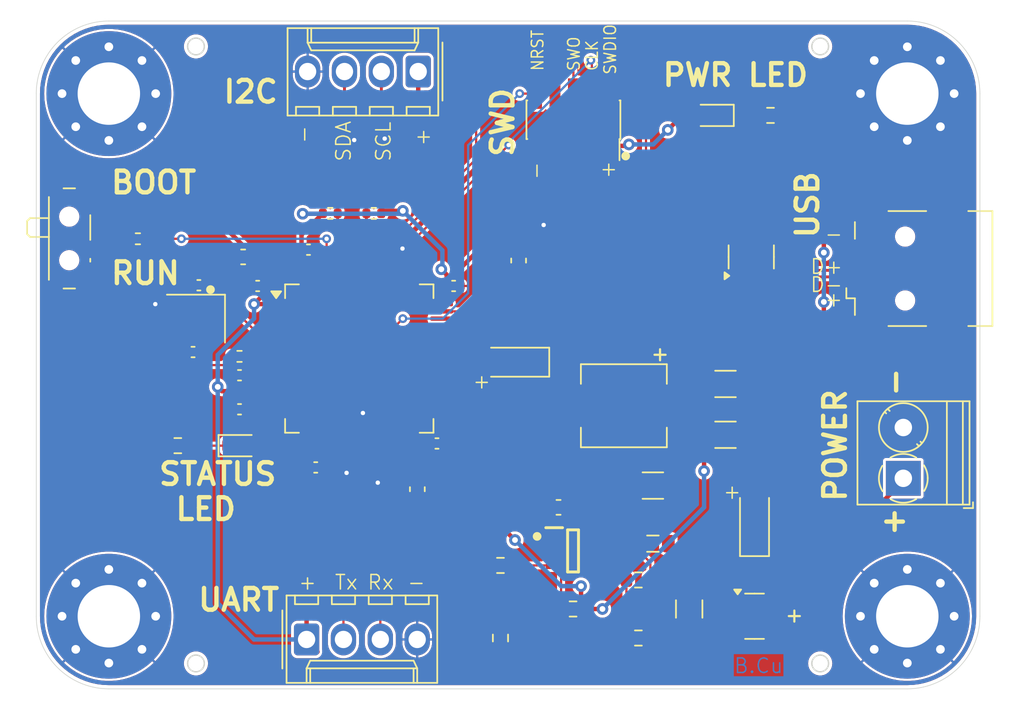
<source format=kicad_pcb>
(kicad_pcb (version 20240108) (generator "pcbnew") (generator_version "8.0")
  (layers (0 "F.Cu" mixed) (1 "In1.Cu" power) (2 "In2.Cu" power) (31 "B.Cu" mixed) (34 "B.Paste" user) (35 "F.Paste" user) (36 "B.SilkS" user "B.Silkscreen") (37 "F.SilkS" user "F.Silkscreen") (38 "B.Mask" user) (39 "F.Mask" user) (44 "Edge.Cuts" user))
  (net 0 "")
  (net 1 "GND")
  (net 2 "BUCK_IN")
  (net 3 "BUCK_EN")
  (net 4 "BUCK_BST")
  (net 5 "BUCK_FB")
  (net 6 "BUCK_SW")
  (net 7 "+12V")
  (net 8 "Net-(D4-K)")
  (net 9 "Net-(R10-Pad1)")
  (net 10 "+3.3V")
  (net 11 "Net-(D1-K)")
  (net 12 "I2C_SDA")
  (net 13 "I2C_SCL")
  (net 14 "Net-(C11-Pad1)")
  (net 15 "HSE_OUT")
  (net 16 "Net-(SW1-B)")
  (net 17 "BOOT0")
  (net 18 "USB_CONN_D+")
  (net 19 "USB_D-")
  (net 20 "USB_CONN_D-")
  (net 21 "USB_D+")
  (net 22 "+5V")
  (net 23 "Net-(D3-K)")
  (net 34 "Net-(U1-VCAP_1)")
  (net 36 "+3.3VA")
  (net 38 "SWO")
  (net 49 "UART3_RX")
  (net 51 "UART3_TX")
  (net 55 "SWDIO")
  (net 57 "SWCLK")
  (net 61 "LED_STATUS")
  (net 64 "Net-(U1-VCAP_2)")
  (net 65 "HSE_IN")
  (net 68 "NRST")
  (net 81 "Net-(F1-Pad2)")
  (footprint "Diode_SMD:D_SOD-123" (layer "F.Cu") (at 107.975 98.5 180)
    (property "Reference" "D2")
    (property "Value" "B5819W")
  )
  (footprint "Connector_Molex:Molex_KK-254_AE-6410-04A_1x04_P2.54mm_Vertical" (layer "F.Cu") (at 101.31 78.48 180)
    (property "Reference" "J3")
    (property "Value" "Conn_01x04")
  )
  (footprint "Diode_SMD:D_SOD-123" (layer "F.Cu") (at 124.475 109.5 90)
    (property "Reference" "D3")
    (property "Value" "B5819W")
  )
  (footprint "MountingHole:MountingHole_4.3mm_M4_Pad_Via" (layer "F.Cu") (at 135 116)
    (property "Reference" "H2")
    (property "Value" "MountingHole_Pad")
  )
  (footprint "Package_QFP:LQFP-64_10x10mm_P0.5mm" (layer "F.Cu") (at 97.25 98.25)
    (property "Reference" "U1")
    (property "Value" "STM32F405RGT6")
  )
  (footprint "Package_TO_SOT_SMD:SOT-23" (layer "F.Cu") (at 124.475 116)
    (property "Reference" "Q1")
    (property "Value" "AO3401A")
  )
  (footprint "Capacitor_SMD:C_0603_1608Metric" (layer "F.Cu") (at 101.25 107.25 -90)
    (property "Reference" "C1")
    (property "Value" "2u2")
  )
  (footprint "Resistor_SMD:R_0402_1005Metric" (layer "F.Cu") (at 98.25 88.25 180)
    (property "Reference" "R4")
    (property "Value" "2k2")
  )
  (footprint "Capacitor_SMD:C_1206_3216Metric" (layer "F.Cu") (at 122.475 100)
    (property "Reference" "C14")
    (property "Value" "10u")
  )
  (footprint "Capacitor_SMD:C_1206_3216Metric" (layer "F.Cu") (at 117.475 107)
    (property "Reference" "C12")
    (property "Value" "10u")
  )
  (footprint "Capacitor_SMD:C_0402_1005Metric" (layer "F.Cu") (at 85.8 97.8)
    (property "Reference" "C11")
    (property "Value" "12p")
  )
  (footprint "Capacitor_SMD:C_0402_1005Metric" (layer "F.Cu") (at 89 99.4 180)
    (property "Reference" "C9")
    (property "Value" "10n")
  )
  (footprint "TerminalBlock_Phoenix:TerminalBlock_Phoenix_PT-1,5-2-3.5-H_1x02_P3.50mm_Horizontal" (layer "F.Cu") (at 134.725 106.5 90)
    (property "Reference" "J1")
    (property "Value" "Screw_Terminal_01x02")
  )
  (footprint "mp2359:SOT95P280X100-6N" (layer "F.Cu") (at 111.975 111.5)
    (property "Reference" "IC1")
    (property "Value" "MP2359DJ-LF-Z" (hide yes))
  )
  (footprint "Capacitor_SMD:C_0402_1005Metric" (layer "F.Cu") (at 94.25 105.75 180)
    (property "Reference" "C5")
    (property "Value" "100n")
  )
  (footprint "Resistor_SMD:R_0402_1005Metric" (layer "F.Cu") (at 82 90 180)
    (property "Reference" "R1")
    (property "Value" "10k")
  )
  (footprint "Resistor_SMD:R_0603_1608Metric" (layer "F.Cu") (at 116.475 113.5 180)
    (property "Reference" "R6")
    (property "Value" "100k")
  )
  (footprint "Resistor_SMD:R_0603_1608Metric" (layer "F.Cu") (at 125.575 81.5)
    (property "Reference" "R11")
    (property "Value" "1k")
  )
  (footprint "MountingHole:MountingHole_4.3mm_M4_Pad_Via" (layer "F.Cu") (at 135 80)
    (property "Reference" "H1")
    (property "Value" "MountingHole_Pad")
  )
  (footprint "Capacitor_SMD:C_0402_1005Metric" (layer "F.Cu") (at 86.2 93.2 180)
    (property "Reference" "C10")
    (property "Value" "12p")
  )
  (footprint "LED_SMD:LED_0603_1608Metric" (layer "F.Cu") (at 121.5625 81.5 180)
    (property "Reference" "D4")
    (property "Value" "RED")
  )
  (footprint "Capacitor_SMD:C_0402_1005Metric" (layer "F.Cu") (at 103.75 93.25)
    (property "Reference" "C7")
    (property "Value" "100n")
  )
  (footprint "Resistor_SMD:R_0402_1005Metric" (layer "F.Cu") (at 95.25 88.25)
    (property "Reference" "R5")
    (property "Value" "2k2")
  )
  (footprint "Capacitor_SMD:C_0402_1005Metric" (layer "F.Cu") (at 93.75 90.75)
    (property "Reference" "C16")
    (property "Value" "100n")
  )
  (footprint "MountingHole:MountingHole_4.3mm_M4_Pad_Via" (layer "F.Cu") (at 80 80)
    (property "Reference" "H4")
    (property "Value" "MountingHole_Pad")
  )
  (footprint "Resistor_SMD:R_0603_1608Metric" (layer "F.Cu") (at 84.75 104.25 180)
    (property "Reference" "R3")
    (property "Value" "1k5")
  )
  (footprint "LED_SMD:LED_0603_1608Metric" (layer "F.Cu") (at 89.0375 104.25)
    (property "Reference" "D1")
    (property "Value" "BLUE")
  )
  (footprint "Package_TO_SOT_SMD:SOT-23-6" (layer "F.Cu") (at 124.25 91.25 90)
    (property "Reference" "U2")
    (property "Value" "USBLC6-2SC6")
  )
  (footprint "Resistor_SMD:R_0603_1608Metric" (layer "F.Cu") (at 106.975 117.5 -90)
    (property "Reference" "R10")
    (property "Value" "270")
  )
  (footprint "Capacitor_SMD:C_0603_1608Metric" (layer "F.Cu") (at 89.25 91.25 180)
    (property "Reference" "C3")
    (property "Value" "4u7")
  )
  (footprint "Connector_Molex:Molex_KK-254_AE-6410-04A_1x04_P2.54mm_Vertical" (layer "F.Cu") (at 93.62 117.6)
    (property "Reference" "J4")
    (property "Value" "Conn_01x04")
  )
  (footprint "Capacitor_SMD:C_1206_3216Metric" (layer "F.Cu") (at 122.475 103.5)
    (property "Reference" "C15")
    (property "Value" "10u")
  )
  (footprint "Resistor_SMD:R_0603_1608Metric" (layer "F.Cu") (at 116.475 117.5)
    (property "Reference" "R7")
    (property "Value" "68k")
  )
  (footprint "Resistor_SMD:R_0402_1005Metric" (layer "F.Cu") (at 89 98.1 180)
    (property "Reference" "R2")
    (property "Value" "47")
  )
  (footprint "Connector_USB:USB_Mini-B_Wuerth_65100516121_Horizontal" (layer "F.Cu") (at 134.85 92.05 90)
    (property "Reference" "J5")
    (property "Value" "USB_B_Micro")
  )
  (footprint "Capacitor_SMD:C_0402_1005Metric" (layer "F.Cu") (at 89 101.745 180)
    (property "Reference" "C8")
    (property "Value" "1u")
  )
  (footprint "Inductor_SMD:L_0402_1005Metric" (layer "F.Cu") (at 88.985 100.495)
    (property "Reference" "L1")
    (property "Value" "39n")
  )
  (footprint "MountingHole:MountingHole_4.3mm_M4_Pad_Via" (layer "F.Cu") (at 80 116)
    (property "Reference" "H3")
    (property "Value" "MountingHole_Pad")
  )
  (footprint "Capacitor_SMD:C_0603_1608Metric" (layer "F.Cu") (at 108.225 91.5 90)
    (property "Reference" "C2")
    (property "Value" "2u2")
  )
  (footprint "Connector_PinSocket_1.27mm:PinSocket_2x05_P1.27mm_Vertical_SMD" (layer "F.Cu") (at 112 81.8 -90)
    (property "Reference" "J2")
    (property "Value" "SWD")
  )
  (footprint "Capacitor_SMD:C_0402_1005Metric" (layer "F.Cu") (at 90.25 93.25 180)
    (property "Reference" "C4")
    (property "Value" "100n")
  )
  (footprint "Crystal:Crystal_SMD_3225-4Pin_3.2x2.5mm" (layer "F.Cu") (at 86 95.5 180)
    (property "Reference" "Y1")
    (property "Value" "16MHz")
  )
  (footprint "Capacitor_SMD:C_0402_1005Metric" (layer "F.Cu") (at 102.6 104.1)
    (property "Reference" "C6")
    (property "Value" "100n")
  )
  (footprint "Inductor_SMD:L_0805_2012Metric" (layer "F.Cu") (at 117.475 111)
    (property "Reference" "FB1")
    (property "Value" "600 @ 600 MHz")
  )
  (footprint "Capacitor_SMD:C_0603_1608Metric" (layer "F.Cu") (at 110.975 108.5)
    (property "Reference" "C13")
    (property "Value" "10n")
  )
  (footprint "Button_Switch_SMD:SW_SPDT_PCM12" (layer "F.Cu") (at 77.6 89.975 -90)
    (property "Reference" "SW1")
    (property "Value" "SW_SPDT")
  )
  (footprint "Resistor_SMD:R_0603_1608Metric" (layer "F.Cu") (at 106.975 112.5 180)
    (property "Reference" "R9")
    (property "Value" "15k")
  )
  (footprint "Fuse:Fuse_1206_3216Metric" (layer "F.Cu") (at 119.975 115.5 90)
    (property "Reference" "F1")
    (property "Value" "250mA")
  )
  (footprint "Resistor_SMD:R_0603_1608Metric" (layer "F.Cu") (at 111.975 115.5 180)
    (property "Reference" "R8")
    (property "Value" "47k")
  )
  (footprint "Inductor_SMD:L_Sunlord_MWSA0518S" (layer "F.Cu") (at 115.475 101.5)
    (property "Reference" "L2")
    (property "Value" "10uH")
  )
  (gr_circle (center 115.6 84.3) (end 115.85 84.3) (stroke (width 0.1)) (fill solid) (layer "F.SilkS"))
  (gr_circle (center 109.5 110.5) (end 109.75 110.5) (stroke (width 0.1)) (fill solid) (layer "F.SilkS"))
  (gr_circle (center 87 93.5) (end 87.25 93.5) (stroke (width 0.1)) (fill solid) (layer "F.SilkS"))
  (gr_circle (center 129 119.25) (end 129.576 119.25) (stroke (width 0.1)) (fill none) (layer "Edge.Cuts"))
  (gr_line (start 135 121) (end 80 121) (stroke (width 0.05)) (layer "Edge.Cuts"))
  (gr_line (start 80 75) (end 135 75) (stroke (width 0.05)) (layer "Edge.Cuts"))
  (gr_arc (start 75 80) (mid 76.464466 76.464466) (end 80 75) (stroke (width 0.05)) (layer "Edge.Cuts"))
  (gr_line (start 140 80) (end 140 116) (stroke (width 0.05)) (layer "Edge.Cuts"))
  (gr_circle (center 86 76.75) (end 86.576 76.75) (stroke (width 0.1)) (fill none) (layer "Edge.Cuts"))
  (gr_circle (center 129 76.75) (end 129.576 76.75) (stroke (width 0.1)) (fill none) (layer "Edge.Cuts"))
  (gr_arc (start 140 116) (mid 138.535534 119.535534) (end 135 121) (stroke (width 0.05)) (layer "Edge.Cuts"))
  (gr_arc (start 80 121) (mid 76.464466 119.535534) (end 75 116) (stroke (width 0.05)) (layer "Edge.Cuts"))
  (gr_circle (center 86 119.25) (end 86.576 119.25) (stroke (width 0.1)) (fill none) (layer "Edge.Cuts"))
  (gr_line (start 75 80) (end 75 116) (stroke (width 0.05)) (layer "Edge.Cuts"))
  (gr_arc (start 135 75) (mid 138.535534 76.464466) (end 140 80) (stroke (width 0.05)) (layer "Edge.Cuts"))
  (gr_text "F.Cu" (at 109.5 120 0) (layer "F.Cu") (effects (font (size 1 1) (thickness 0.1)) (justify left bottom)))
  (gr_text "B.Cu" (at 123 120 0) (layer "B.Cu") (effects (font (size 1 1) (thickness 0.1)) (justify left bottom)))
  (gr_text "SCL\n" (at 99.5 84.75 90) (layer "F.SilkS") (effects (font (size 1 1) (thickness 0.1016)) (justify left bottom)))
  (gr_text "Rx" (at 97.75 114.25 0) (layer "F.SilkS") (effects (font (size 1 1) (thickness 0.1016)) (justify left bottom)))
  (gr_text "+" (at 122.25 108 0) (layer "F.SilkS") (effects (font (size 1 1) (thickness 0.1016)) (justify left bottom)))
  (gr_text "D-" (at 128.25 93.75 0) (layer "F.SilkS") (effects (font (size 1 1) (thickness 0.1016)) (justify left bottom)))
  (gr_text "SWDIO" (at 115 78.75 90) (layer "F.SilkS") (effects (font (size 0.8 0.75) (thickness 0.1016) (bold yes)) (justify left bottom)))
  (gr_text "SWO" (at 112.5 78.5 90) (layer "F.SilkS") (effects (font (size 0.8 0.75) (thickness 0.1016)) (justify left bottom)))
  (gr_text "+" (at 93 114.25 0) (layer "F.SilkS") (effects (font (size 1 1) (thickness 0.1016)) (justify left bottom)))
  (gr_text "STATUS \n LED" (at 83.3 109.5 0) (layer "F.SilkS") (effects (font (size 1.5 1.5) (thickness 0.3) (bold yes)) (justify left bottom)))
  (gr_text "POWER" (at 130.9 108.25 90) (layer "F.SilkS") (effects (font (size 1.5 1.5) (thickness 0.3) (bold yes)) (justify left bottom)))
  (gr_text "RUN" (at 80 93.25 0) (layer "F.SilkS") (effects (font (size 1.5 1.5) (thickness 0.3) (bold yes)) (justify left bottom)))
  (gr_text "-" (at 135 101 90) (layer "F.SilkS") (effects (font (size 1.5 1.5) (thickness 0.3) (bold yes)) (justify left bottom)))
  (gr_text "I2C" (at 87.75 80.75 0) (layer "F.SilkS") (effects (font (size 1.5 1.5) (thickness 0.3) (bold yes)) (justify left bottom)))
  (gr_text "USB" (at 129 90.1 90) (layer "F.SilkS") (effects (font (size 1.5 1.5) (thickness 0.3) (bold yes)) (justify left bottom)))
  (gr_text "NRST" (at 110 78.5 90) (layer "F.SilkS") (effects (font (size 0.8 0.75) (thickness 0.1016) (bold yes)) (justify left bottom)))
  (gr_text "-" (at 129.25 90.25 0) (layer "F.SilkS") (effects (font (size 1 1) (thickness 0.1016)) (justify left bottom)))
  (gr_text "+" (at 126.5 116.5 0) (layer "F.SilkS") (effects (font (size 1 1)) (justify left bottom)))
  (gr_text "+" (at 129.25 94.75 0) (layer "F.SilkS") (effects (font (size 1 1) (thickness 0.1016)) (justify left bottom)))
  (gr_text "SWD" (at 108 84.5 90) (layer "F.SilkS") (effects (font (size 1.5 1.5) (thickness 0.3) (bold yes)) (justify left bottom)))
  (gr_text "D+" (at 128.25 92.5 0) (layer "F.SilkS") (effects (font (size 1 1) (thickness 0.1016)) (justify left bottom)))
  (gr_text "Tx" (at 95.5 114.25 0) (layer "F.SilkS") (effects (font (size 1 1) (thickness 0.1016)) (justify left bottom)))
  (gr_text "UART" (at 86 115.75 0) (layer "F.SilkS") (effects (font (size 1.5 1.5) (thickness 0.3) (bold yes)) (justify left bottom)))
  (gr_text "+" (at 117.25 98.5 0) (layer "F.SilkS") (effects (font (size 1 1)) (justify left bottom)))
  (gr_text "+" (at 105 100.4 0) (layer "F.SilkS") (effects (font (size 1 1) (thickness 0.1016)) (justify left bottom)))
  (gr_text "CLK" (at 113.75 78.5 90) (layer "F.SilkS") (effects (font (size 0.8 0.75) (thickness 0.1016)) (justify left bottom)))
  (gr_text "-\n" (at 94 83.5 90) (layer "F.SilkS") (effects (font (size 1 1) (thickness 0.1016)) (justify left bottom)))
  (gr_text "PWR LED" (at 118 79.6 0) (layer "F.SilkS") (effects (font (size 1.5 1.5) (thickness 0.3) (bold yes)) (justify left bottom)))
  (gr_text "BOOT" (at 80 87 0) (layer "F.SilkS") (effects (font (size 1.5 1.5) (thickness 0.3) (bold yes)) (justify left bottom)))
  (gr_text "+\n" (at 101 83.5 0) (layer "F.SilkS") (effects (font (size 1 1) (thickness 0.1016)) (justify left bottom)))
  (gr_text "-" (at 110 86 90) (layer "F.SilkS") (effects (font (size 1 1) (thickness 0.1016)) (justify left bottom)))
  (gr_text "+" (at 113.75 85.75 0) (layer "F.SilkS") (effects (font (size 1 1) (thickness 0.1016)) (justify left bottom)))
  (gr_text "+" (at 133 110.25 0) (layer "F.SilkS") (effects (font (size 1.5 1.5) (thickness 0.3) (bold yes)) (justify left bottom)))
  (gr_text "SDA" (at 96.75 84.75 90) (layer "F.SilkS") (effects (font (size 1 1) (thickness 0.1016)) (justify left bottom)))
  (gr_text "-\n" (at 100.5 114.25 0) (layer "F.SilkS") (effects (font (size 1 1) (thickness 0.1016)) (justify left bottom)))
  (via (at 83.2 94.5) (size 0.6) (drill 0.3) (layers "F.Cu" "B.Cu") (net 1))
  (via (at 96.9 83.2) (size 0.6) (drill 0.3) (layers "F.Cu" "B.Cu") (net 1))
  (via (at 100.225 90.675) (size 0.6) (drill 0.3) (layers "F.Cu" "B.Cu") (net 1))
  (via (at 96.375 106.125) (size 0.6) (drill 0.3) (layers "F.Cu" "B.Cu") (net 1))
  (via (at 97.5 102) (size 0.6) (drill 0.3) (layers "F.Cu" "B.Cu") (net 1))
  (via (at 109.95 89.05) (size 0.6) (drill 0.3) (layers "F.Cu" "B.Cu") (net 1))
  (via (at 98.525 106.8) (size 0.6) (drill 0.3) (layers "F.Cu" "B.Cu") (net 1))
  (via (at 99 83.1) (size 0.6) (drill 0.3) (layers "F.Cu" "B.Cu") (net 1))
  (segment (start 116.4125 111.4125) (end 117.3 112.3) (width 0.1524) (layer "F.Cu") (net 2))
  (segment (start 116 107) (end 116 110.5875) (width 0.1524) (layer "F.Cu") (net 2))
  (segment (start 116 110.5875) (end 116.4125 111) (width 0.1524) (layer "F.Cu") (net 2))
  (segment (start 116.4125 111) (end 116.4125 111.4125) (width 0.1524) (layer "F.Cu") (net 2))
  (segment (start 117.3 112.3) (end 117.3 113.5) (width 0.1524) (layer "F.Cu") (net 2))
  (segment (start 115.9125 111.5) (end 113.275 111.5) (width 0.1524) (layer "F.Cu") (net 2))
  (segment (start 116.4125 111) (end 115.9125 111.5) (width 0.1524) (layer "F.Cu") (net 2))
  (segment (start 115.65 117.5) (end 115.65 113.5) (width 0.1524) (layer "F.Cu") (net 3))
  (segment (start 114.325 113.5) (end 113.275 112.45) (width 0.1524) (layer "F.Cu") (net 3))
  (segment (start 115.65 113.5) (end 114.325 113.5) (width 0.1524) (layer "F.Cu") (net 3))
  (segment (start 110.2 110.075) (end 110.675 110.55) (width 0.1524) (layer "F.Cu") (net 4))
  (segment (start 110.2 108.5) (end 110.2 110.075) (width 0.1524) (layer "F.Cu") (net 4))
  (segment (start 111.15 115.5) (end 111.15 112.925) (width 0.1524) (layer "F.Cu") (net 5))
  (segment (start 107.8 112.5) (end 110.625 112.5) (width 0.1524) (layer "F.Cu") (net 5))
  (segment (start 110.625 112.5) (end 110.675 112.45) (width 0.1524) (layer "F.Cu") (net 5))
  (segment (start 111.15 112.925) (end 110.675 112.45) (width 0.1524) (layer "F.Cu") (net 5))
  (segment (start 109.625 98.5) (end 110.425 98.5) (width 0.1524) (layer "F.Cu") (net 6))
  (segment (start 111.75 109.025) (end 113.275 110.55) (width 0.1524) (layer "F.Cu") (net 6))
  (segment (start 111.75 108.5) (end 111.75 109.025) (width 0.1524) (layer "F.Cu") (net 6))
  (segment (start 110.425 98.5) (end 113.425 101.5) (width 0.1524) (layer "F.Cu") (net 6))
  (segment (start 111.75 108.5) (end 111.75 103.175) (width 0.1524) (layer "F.Cu") (net 6))
  (segment (start 111.75 103.175) (end 113.425 101.5) (width 0.1524) (layer "F.Cu") (net 6))
  (segment (start 125.4125 116) (end 134.9125 106.5) (width 0.3048) (layer "F.Cu") (net 7))
  (segment (start 134.9125 106.5) (end 135.3 106.5) (width 0.3048) (layer "F.Cu") (net 7))
  (segment (start 124.75 81.5) (end 122.35 81.5) (width 0.1524) (layer "F.Cu") (net 8))
  (segment (start 106.975 114.225) (end 106.15 113.4) (width 0.1524) (layer "F.Cu") (net 9))
  (segment (start 106.975 116.675) (end 106.975 114.225) (width 0.1524) (layer "F.Cu") (net 9))
  (segment (start 106.15 113.4) (end 106.15 112.5) (width 0.1524) (layer "F.Cu") (net 9))
  (segment (start 78.805 87.75) (end 86.525 87.75) (width 0.3048) (layer "F.Cu") (net 10))
  (segment (start 87.795 100.495) (end 87.5 100.2) (width 0.3048) (layer "F.Cu") (net 10))
  (segment (start 101.31 84.69) (end 101.31 78.48) (width 0.3048) (layer "F.Cu") (net 10))
  (segment (start 92.77 91.25) (end 93.4976 91.9776) (width 0.3048) (layer "F.Cu") (net 10))
  (segment (start 114.54 83.6) (end 114.54 85.46) (width 0.3048) (layer "F.Cu") (net 10))
  (segment (start 94.73 107.345) (end 94.73 105.75) (width 0.3048) (layer "F.Cu") (net 10))
  (segment (start 120.775 81.5) (end 119.5 81.5) (width 0.3048) (layer "F.Cu") (net 10))
  (segment (start 90.025 91.25) (end 92.77 91.25) (width 0.3048) (layer "F.Cu") (net 10))
  (segment (start 112.525 115.225) (end 112.8 115.5) (width 0.3048) (layer "F.Cu") (net 10))
  (segment (start 121 100) (end 119.5 101.5) (width 0.3048) (layer "F.Cu") (net 10))
  (segment (start 96.7 100.75) (end 94.5 102.95) (width 0.254) (layer "F.Cu") (net 10))
  (segment (start 94.375 118.45) (end 93.425 117.5) (width 0.3048) (layer "F.Cu") (net 10))
  (segment (start 101.1774 104.1) (end 101.0024 103.925) (width 0.3048) (layer "F.Cu") (net 10))
  (segment (start 103.27 94.1526) (end 102.925 94.4976) (width 0.3048) (layer "F.Cu") (net 10))
  (segment (start 121 106) (end 121 103.5) (width 0.3048) (layer "F.Cu") (net 10))
  (segment (start 90.73 91.955) (end 90.73 93.25) (width 0.3048) (layer "F.Cu") (net 10))
  (segment (start 90.73 93.77) (end 90.73 93.25) (width 0.3048) (layer "F.Cu") (net 10))
  (segment (start 94.5 102.95) (end 94.5 103.925) (width 0.254) (layer "F.Cu") (net 10))
  (segment (start 101 103.079408) (end 98.670592 100.75) (width 0.254) (layer "F.Cu") (net 10))
  (segment (start 109 87.25) (end 103.27 92.98) (width 0.3048) (layer "F.Cu") (net 10))
  (segment (start 103.27 93.25) (end 103.27 94.1526) (width 0.3048) (layer "F.Cu") (net 10))
  (segment (start 114.54 85.46) (end 112.75 87.25) (width 0.3048) (layer "F.Cu") (net 10))
  (segment (start 102.12 104.1) (end 101.1774 104.1) (width 0.3048) (layer "F.Cu") (net 10))
  (segment (start 93.27 89.72) (end 93.27 90.75) (width 0.3048) (layer "F.Cu") (net 10))
  (segment (start 98.670592 100.75) (end 96.7 100.75) (width 0.254) (layer "F.Cu") (net 10))
  (segment (start 94.5 105.52) (end 94.73 105.75) (width 0.254) (layer "F.Cu") (net 10))
  (segment (start 93.62 108.455) (end 93.62 110.745) (width 0.3048) (layer "F.Cu") (net 10))
  (segment (start 94.715 88.275) (end 94.74 88.25) (width 0.3048) (layer "F.Cu") (net 10))
  (segment (start 90.0024 94.4976) (end 91.575 94.4976) (width 0.3048) (layer "F.Cu") (net 10))
  (segment (start 114.54 83.6) (end 115.7238 83.6) (width 0.3048) (layer "F.Cu") (net 10))
  (segment (start 121 103.5) (end 121 100) (width 0.3048) (layer "F.Cu") (net 10))
  (segment (start 100.25 88.075) (end 98.935 88.075) (width 0.3048) (layer "F.Cu") (net 10))
  (segment (start 119.5 81.5) (end 118.5 82.5) (width 0.3048) (layer "F.Cu") (net 10))
  (segment (start 98.76 87.24) (end 101.31 84.69) (width 0.3048) (layer "F.Cu") (net 10))
  (segment (start 90.0024 94.4976) (end 90.73 93.77) (width 0.3048) (layer "F.Cu") (net 10))
  (segment (start 98.935 88.075) (end 98.76 88.25) (width 0.3048) (layer "F.Cu") (net 10))
  (segment (start 119.5 101.5) (end 117.525 101.5) (width 0.3048) (layer "F.Cu") (net 10))
  (segment (start 112.75 87.25) (end 109 87.25) (width 0.3048) (layer "F.Cu") (net 10))
  (segment (start 102.12 104.1) (end 102.12 104.91) (width 0.3048) (layer "F.Cu") (net 10))
  (segment (start 90.025 91.25) (end 90.73 91.955) (width 0.3048) (layer "F.Cu") (net 10))
  (segment (start 107.960001 110.75) (end 107.975 110.75) (width 0.3048) (layer "F.Cu") (net 10))
  (segment (start 92.77 91.25) (end 93.27 90.75) (width 0.3048) (layer "F.Cu") (net 10))
  (segment (start 103.27 92.98) (end 103.27 93.25) (width 0.3048) (layer "F.Cu") (net 10))
  (segment (start 93.62 110.745) (end 93.62 113) (width 0.3048) (layer "F.Cu") (net 10))
  (segment (start 93.62 113) (end 93.62 117.6) (width 0.3048) (layer "F.Cu") (net 10))
  (segment (start 94.73 107.345) (end 93.62 108.455) (width 0.3048) (layer "F.Cu") (net 10))
  (segment (start 112.525 113.925) (end 112.525 115.225) (width 0.3048) (layer "F.Cu") (net 10))
  (segment (start 101 103.925) (end 101 103.079408) (width 0.254) (layer "F.Cu") (net 10))
  (segment (start 102.12 104.91) (end 107.960001 110.75) (width 0.3048) (layer "F.Cu") (net 10))
  (segment (start 94.74 88.25) (end 93.27 89.72) (width 0.3048) (layer "F.Cu") (net 10))
  (segment (start 112.8 115.5) (end 114 115.5) (width 0.3048) (layer "F.Cu") (net 10))
  (segment (start 86.525 87.75) (end 90.025 91.25) (width 0.3048) (layer "F.Cu") (net 10))
  (segment (start 98.76 88.25) (end 98.76 87.24) (width 0.3048) (layer "F.Cu") (net 10))
  (segment (start 103.27 92.47) (end 103.27 93.25) (width 0.3048) (layer "F.Cu") (net 10))
  (segment (start 102.9 92.1) (end 103.27 92.47) (width 0.3048) (layer "F.Cu") (net 10))
  (segment (start 94.5 103.925) (end 94.5 105.52) (width 0.254) (layer "F.Cu") (net 10))
  (segment (start 88.5 100.495) (end 87.795 100.495) (width 0.3048) (layer "F.Cu") (net 10))
  (segment (start 93.35 88.275) (end 94.715 88.275) (width 0.3048) (layer "F.Cu") (net 10))
  (segment (start 93.4976 91.9776) (end 93.4976 92.575) (width 0.3048) (layer "F.Cu") (net 10))
  (segment (start 121 100) (end 120.775 99.775) (width 0.3048) (layer "F.Cu") (net 10))
  (segment (start 115.7238 83.6) (end 115.8238 83.5) (width 0.3048) (layer "F.Cu") (net 10))
  (via (at 121 106) (size 0.8) (drill 0.4) (layers "F.Cu" "B.Cu") (net 10))
  (via (at 107.975 110.75) (size 0.8) (drill 0.4) (layers "F.Cu" "B.Cu") (net 10))
  (via (at 100.25 88.075) (size 0.8) (drill 0.4) (layers "F.Cu" "B.Cu") (net 10))
  (via (at 112.525 113.925) (size 0.8) (drill 0.4) (layers "F.Cu" "B.Cu") (net 10))
  (via (at 114 115.5) (size 0.8) (drill 0.4) (layers "F.Cu" "B.Cu") (net 10))
  (via (at 102.9 92.1) (size 0.8) (drill 0.4) (layers "F.Cu" "B.Cu") (net 10))
  (via (at 87.5 100.2) (size 0.8) (drill 0.4) (layers "F.Cu" "B.Cu") (net 10))
  (via (at 115.8238 83.5) (size 0.8) (drill 0.4) (layers "F.Cu" "B.Cu") (net 10))
  (via (at 90.0024 94.4976) (size 0.8) (drill 0.4) (layers "F.Cu" "B.Cu") (net 10))
  (via (at 93.35 88.275) (size 0.8) (drill 0.4) (layers "F.Cu" "B.Cu") (net 10))
  (via (at 118.5 82.5) (size 0.8) (drill 0.4) (layers "F.Cu" "B.Cu") (net 10))
  (segment (start 90 117.6) (end 93.62 117.6) (width 0.3048) (layer "B.Cu") (net 10))
  (segment (start 114 115.5) (end 121 108.5) (width 0.3048) (layer "B.Cu") (net 10))
  (segment (start 117.5 83.5) (end 115.8238 83.5) (width 0.3048) (layer "B.Cu") (net 10))
  (segment (start 87.5 98) (end 90.0024 95.4976) (width 0.3048) (layer "B.Cu") (net 10))
  (segment (start 87.5 100.2) (end 87.5 115.1) (width 0.3048) (layer "B.Cu") (net 10))
  (segment (start 100.05 88.275) (end 93.35 88.275) (width 0.3048) (layer "B.Cu") (net 10))
  (segment (start 118.5 82.5) (end 117.5 83.5) (width 0.3048) (layer "B.Cu") (net 10))
  (segment (start 102.9 92.1) (end 102.975 92.025) (width 0.3048) (layer "B.Cu") (net 10))
  (segment (start 121 108.5) (end 121 106) (width 0.3048) (layer "B.Cu") (net 10))
  (segment (start 102.975 92.025) (end 102.975 90.8) (width 0.3048) (layer "B.Cu") (net 10))
  (segment (start 90.0024 95.4976) (end 90.0024 94.4976) (width 0.3048) (layer "B.Cu") (net 10))
  (segment (start 111.15 113.925) (end 112.525 113.925) (width 0.3048) (layer "B.Cu") (net 10))
  (segment (start 87.5 100.2) (end 87.5 98) (width 0.3048) (layer "B.Cu") (net 10))
  (segment (start 100.25 88.075) (end 100.05 88.275) (width 0.3048) (layer "B.Cu") (net 10))
  (segment (start 107.975 110.75) (end 111.15 113.925) (width 0.3048) (layer "B.Cu") (net 10))
  (segment (start 87.5 115.1) (end 90 117.6) (width 0.3048) (layer "B.Cu") (net 10))
  (segment (start 102.975 90.8) (end 100.25 88.075) (width 0.3048) (layer "B.Cu") (net 10))
  (segment (start 88.25 104.25) (end 85.575 104.25) (width 0.1524) (layer "F.Cu") (net 11))
  (segment (start 96 91) (end 95.76 90.76) (width 0.2) (layer "F.Cu") (net 12))
  (segment (start 95.76 90.76) (end 95.76 88.25) (width 0.2) (layer "F.Cu") (net 12))
  (segment (start 95.76 88.25) (end 95.76 82.74) (width 0.2) (layer "F.Cu") (net 12))
  (segment (start 96.23 82.23) (end 96.23 78.48) (width 0.2) (layer "F.Cu") (net 12))
  (segment (start 95.76 79.24) (end 96.5 78.5) (width 0.2) (layer "F.Cu") (net 12))
  (segment (start 96.25 82.25) (end 96.23 82.23) (width 0.2) (layer "F.Cu") (net 12))
  (segment (start 95.76 82.74) (end 96.25 82.25) (width 0.2) (layer "F.Cu") (net 12))
  (segment (start 96 92.575) (end 96 91) (width 0.2) (layer "F.Cu") (net 12))
  (segment (start 97.74 82.76) (end 98.77 81.73) (width 0.2) (layer "F.Cu") (net 13))
  (segment (start 97.74 90.26) (end 97.74 88.25) (width 0.2) (layer "F.Cu") (net 13))
  (segment (start 98.77 81.73) (end 98.77 78.48) (width 0.2) (layer "F.Cu") (net 13))
  (segment (start 96.5 92.575) (end 96.5 91.5) (width 0.2) (layer "F.Cu") (net 13))
  (segment (start 96.5 91.5) (end 97.74 90.26) (width 0.2) (layer "F.Cu") (net 13))
  (segment (start 97.74 88.25) (end 97.74 82.76) (width 0.2) (layer "F.Cu") (net 13))
  (segment (start 84.9 97.2) (end 84.9 96.35) (width 0.1524) (layer "F.Cu") (net 14))
  (segment (start 85.32 97.8) (end 85.32 97.62) (width 0.1524) (layer "F.Cu") (net 14))
  (segment (start 85.32 98.32) (end 85.7 98.7) (width 0.1524) (layer "F.Cu") (net 14))
  (segment (start 84.9 96.35) (end 85.32 96.77) (width 0.1524) (layer "F.Cu") (net 14))
  (segment (start 87.89 98.7) (end 88.49 98.1) (width 0.1524) (layer "F.Cu") (net 14))
  (segment (start 85.32 97.8) (end 85.32 98.32) (width 0.1524) (layer "F.Cu") (net 14))
  (segment (start 85.32 97.62) (end 84.9 97.2) (width 0.1524) (layer "F.Cu") (net 14))
  (segment (start 85.7 98.7) (end 87.89 98.7) (width 0.1524) (layer "F.Cu") (net 14))
  (segment (start 89.51 97.69) (end 90.2 97) (width 0.1524) (layer "F.Cu") (net 15))
  (segment (start 90.2 97) (end 91.575 97) (width 0.1524) (layer "F.Cu") (net 15))
  (segment (start 89.51 98.1) (end 89.51 97.69) (width 0.1524) (layer "F.Cu") (net 15))
  (segment (start 81.49 90) (end 79.555 90) (width 0.1524) (layer "F.Cu") (net 16))
  (segment (start 79.555 90) (end 78.805 90.75) (width 0.1524) (layer "F.Cu") (net 16))
  (segment (start 95.5 92.575) (end 95.5 91.032028) (width 0.1524) (layer "F.Cu") (net 17))
  (segment (start 95 90.532028) (end 95 90) (width 0.1524) (layer "F.Cu") (net 17))
  (segment (start 95.5 91.032028) (end 95 90.532028) (width 0.1524) (layer "F.Cu") (net 17))
  (segment (start 82.51 90) (end 85 90) (width 0.1524) (layer "F.Cu") (net 17))
  (via (at 95 90) (size 0.6) (drill 0.3) (layers "F.Cu" "B.Cu") (net 17))
  (via (at 85 90) (size 0.6) (drill 0.3) (layers "F.Cu" "B.Cu") (net 17))
  (segment (start 85 90) (end 95 90) (width 0.1524) (layer "B.Cu") (net 17))
  (segment (start 127.2625 92.175) (end 125.2 90.1125) (width 0.2) (layer "F.Cu") (net 18))
  (segment (start 130.524999 92) (end 130.349999 92.175) (width 0.2) (layer "F.Cu") (net 18))
  (segment (start 130.349999 92.175) (end 127.2625 92.175) (width 0.2) (layer "F.Cu") (net 18))
  (segment (start 132.4 92) (end 130.524999 92) (width 0.2) (layer "F.Cu") (net 18))
  (segment (start 104.112501 96.475) (end 114.3432 96.475) (width 0.2) (layer "F.Cu") (net 19))
  (segment (start 102.925 96.5) (end 104.087501 96.5) (width 0.2) (layer "F.Cu") (net 19))
  (segment (start 104.087501 96.5) (end 104.112501 96.475) (width 0.2) (layer "F.Cu") (net 19))
  (segment (start 122.306249 92.3875) (end 123.3 92.3875) (width 0.2) (layer "F.Cu") (net 19))
  (segment (start 121.393749 91.475) (end 122.306249 92.3875) (width 0.2) (layer "F.Cu") (net 19))
  (segment (start 114.3432 96.475) (end 119.3432 91.475) (width 0.2) (layer "F.Cu") (net 19))
  (segment (start 119.3432 91.475) (end 121.393749 91.475) (width 0.2) (layer "F.Cu") (net 19))
  (segment (start 132.4 92.8) (end 130.524999 92.8) (width 0.2) (layer "F.Cu") (net 20))
  (segment (start 127.076103 92.625) (end 126.838603 92.3875) (width 0.2) (layer "F.Cu") (net 20))
  (segment (start 130.524999 92.8) (end 130.349999 92.625) (width 0.2) (layer "F.Cu") (net 20))
  (segment (start 126.838603 92.3875) (end 125.2 92.3875) (width 0.2) (layer "F.Cu") (net 20))
  (segment (start 130.349999 92.625) (end 127.076103 92.625) (width 0.2) (layer "F.Cu") (net 20))
  (segment (start 121.393749 91.025) (end 122.306249 90.1125) (width 0.2) (layer "F.Cu") (net 21))
  (segment (start 102.925 96) (end 104.087501 96) (width 0.2) (layer "F.Cu") (net 21))
  (segment (start 104.112501 96.025) (end 114.1568 96.025) (width 0.2) (layer "F.Cu") (net 21))
  (segment (start 122.306249 90.1125) (end 123.3 90.1125) (width 0.2) (layer "F.Cu") (net 21))
  (segment (start 114.1568 96.025) (end 119.1568 91.025) (width 0.2) (layer "F.Cu") (net 21))
  (segment (start 119.1568 91.025) (end 121.393749 91.025) (width 0.2) (layer "F.Cu") (net 21))
  (segment (start 104.087501 96) (end 104.112501 96.025) (width 0.2) (layer "F.Cu") (net 21))
  (segment (start 131.15 93.6) (end 132.4 93.6) (width 0.3048) (layer "F.Cu") (net 22))
  (segment (start 124.25 88.55) (end 124.25 90.1125) (width 0.3048) (layer "F.Cu") (net 22))
  (segment (start 129.25 90.95) (end 129.25 89.65) (width 0.3048) (layer "F.Cu") (net 22))
  (segment (start 124.7 88.1) (end 124.25 88.55) (width 0.3048) (layer "F.Cu") (net 22))
  (segment (start 129.25 89.65) (end 127.7 88.1) (width 0.3048) (layer "F.Cu") (net 22))
  (segment (start 127.7 88.1) (end 124.7 88.1) (width 0.3048) (layer "F.Cu") (net 22))
  (segment (start 129.25 95.5) (end 129.25 94.35) (width 0.3048) (layer "F.Cu") (net 22))
  (segment (start 124.475 107.85) (end 128.2 104.125) (width 0.3048) (layer "F.Cu") (net 22))
  (segment (start 128.2 96.55) (end 129.25 95.5) (width 0.3048) (layer "F.Cu") (net 22))
  (segment (start 128.2 104.125) (end 128.2 96.55) (width 0.3048) (layer "F.Cu") (net 22))
  (segment (start 129.25 95.5) (end 131.15 93.6) (width 0.3048) (layer "F.Cu") (net 22))
  (via (at 129.25 94.35) (size 0.8) (drill 0.4) (layers "F.Cu" "B.Cu") (net 22))
  (via (at 129.25 90.95) (size 0.8) (drill 0.4) (layers "F.Cu" "B.Cu") (net 22))
  (segment (start 129.25 94.35) (end 129.25 90.95) (width 0.3048) (layer "B.Cu") (net 22))
  (segment (start 122.5 116.9) (end 123.4875 116.9) (width 0.1524) (layer "F.Cu") (net 23))
  (segment (start 124.475 111.525) (end 122 114) (width 0.1524) (layer "F.Cu") (net 23))
  (segment (start 122 114) (end 122 116.4) (width 0.1524) (layer "F.Cu") (net 23))
  (segment (start 119.975 116.9) (end 122.5 116.9) (width 0.1524) (layer "F.Cu") (net 23))
  (segment (start 124.475 111.15) (end 124.475 111.525) (width 0.1524) (layer "F.Cu") (net 23))
  (segment (start 122 116.4) (end 122.5 116.9) (width 0.1524) (layer "F.Cu") (net 23))
  (segment (start 123.4875 116.9) (end 123.5375 116.95) (width 0.1524) (layer "F.Cu") (net 23))
  (segment (start 100.5 105.725) (end 101.25 106.475) (width 0.1524) (layer "F.Cu") (net 34))
  (segment (start 100.5 103.925) (end 100.5 105.725) (width 0.1524) (layer "F.Cu") (net 34))
  (segment (start 90.688486 100.495) (end 90.695886 100.5024) (width 0.3048) (layer "F.Cu") (net 36))
  (segment (start 89.48 101.745) (end 89.48 100.505) (width 0.3048) (layer "F.Cu") (net 36))
  (segment (start 89.47 100.495) (end 90.688486 100.495) (width 0.3048) (layer "F.Cu") (net 36))
  (segment (start 89.48 100.505) (end 89.47 100.495) (width 0.3048) (layer "F.Cu") (net 36))
  (segment (start 89.48 99.4) (end 89.48 100.485) (width 0.3048) (layer "F.Cu") (net 36))
  (segment (start 89.48 100.485) (end 89.47 100.495) (width 0.3048) (layer "F.Cu") (net 36))
  (segment (start 112 80.8) (end 112 80) (width 0.1524) (layer "F.Cu") (net 38))
  (segment (start 112 78) (end 111.5 77.5) (width 0.1524) (layer "F.Cu") (net 38))
  (segment (start 98 91.800001) (end 98 92.575) (width 0.1524) (layer "F.Cu") (net 38))
  (segment (start 112 80) (end 112 78) (width 0.1524) (layer "F.Cu") (net 38))
  (segment (start 107.9 77.5) (end 105.3 80.1) (width 0.1524) (layer "F.Cu") (net 38))
  (segment (start 111.5 77.5) (end 107.9 77.5) (width 0.1524) (layer "F.Cu") (net 38))
  (segment (start 105.3 80.1) (end 105.3 84.500001) (width 0.1524) (layer "F.Cu") (net 38))
  (segment (start 105.3 84.500001) (end 98 91.800001) (width 0.1524) (layer "F.Cu") (net 38))
  (segment (start 98.7 107.8) (end 98.7 117.6) (width 0.1524) (layer "F.Cu") (net 49))
  (segment (start 99.9262 106.5738) (end 98.7 107.8) (width 0.1524) (layer "F.Cu") (net 49))
  (segment (start 99.9262 103.9988) (end 100 103.925) (width 0.1524) (layer "F.Cu") (net 49))
  (segment (start 99.9262 106.5738) (end 99.9262 103.9988) (width 0.1524) (layer "F.Cu") (net 49))
  (segment (start 99.5 103.925) (end 99.5 105.01013) (width 0.1524) (layer "F.Cu") (net 51))
  (segment (start 99.5 105.01013) (end 96.16 108.35013) (width 0.1524) (layer "F.Cu") (net 51))
  (segment (start 96.16 108.35013) (end 96.16 117.6) (width 0.1524) (layer "F.Cu") (net 51))
  (segment (start 115.8 80) (end 117 81.2) (width 0.1524) (layer "F.Cu") (net 55))
  (segment (start 108 95.25) (end 104.75 95.25) (width 0.1524) (layer "F.Cu") (net 55))
  (segment (start 117 81.2) (end 117 86.25) (width 0.1524) (layer "F.Cu") (net 55))
  (segment (start 117 86.25) (end 108 95.25) (width 0.1524) (layer "F.Cu") (net 55))
  (segment (start 104.75 95.25) (end 104.5 95.5) (width 0.1524) (layer "F.Cu") (net 55))
  (segment (start 104.5 95.5) (end 102.925 95.5) (width 0.1524) (layer "F.Cu") (net 55))
  (segment (start 114.54 80) (end 115.8 80) (width 0.1524) (layer "F.Cu") (net 55))
  (segment (start 113.27 80) (end 113.27 77.77) (width 0.1524) (layer "F.Cu") (net 57))
  (segment (start 101 92.575) (end 101 90.0826) (width 0.1524) (layer "F.Cu") (net 57))
  (segment (start 113.27 77.77) (end 113.2 77.7) (width 0.1524) (layer "F.Cu") (net 57))
  (segment (start 101 90.0826) (end 107.5413 83.5413) (width 0.1524) (layer "F.Cu") (net 57))
  (via (at 113.2 77.7) (size 0.6) (drill 0.3) (layers "F.Cu" "B.Cu") (net 57))
  (via (at 107.5413 83.5413) (size 0.6) (drill 0.3) (layers "F.Cu" "B.Cu") (net 57))
  (segment (start 107.5413 83.3587) (end 107.5413 83.5413) (width 0.1524) (layer "B.Cu") (net 57))
  (segment (start 113.2 77.7) (end 107.5413 83.3587) (width 0.1524) (layer "B.Cu") (net 57))
  (segment (start 89.825 103.75) (end 89.825 104.25) (width 0.1524) (layer "F.Cu") (net 61))
  (segment (start 91.575 102) (end 89.825 103.75) (width 0.1524) (layer "F.Cu") (net 61))
  (segment (start 102.925 95) (end 104.25 95) (width 0.1524) (layer "F.Cu") (net 64))
  (segment (start 106.975 92.275) (end 108.225 92.275) (width 0.1524) (layer "F.Cu") (net 64))
  (segment (start 104.25 95) (end 106.975 92.275) (width 0.1524) (layer "F.Cu") (net 64))
  (segment (start 90.23 96.5) (end 89 95.27) (width 0.1524) (layer "F.Cu") (net 65))
  (segment (start 87.1 94.65) (end 88.38 94.65) (width 0.1524) (layer "F.Cu") (net 65))
  (segment (start 88.38 94.65) (end 89 95.27) (width 0.1524) (layer "F.Cu") (net 65))
  (segment (start 90.23 96.5) (end 91.575 96.5) (width 0.1524) (layer "F.Cu") (net 65))
  (segment (start 86.68 94.23) (end 87.1 94.65) (width 0.1524) (layer "F.Cu") (net 65))
  (segment (start 86.68 93.2) (end 86.68 94.23) (width 0.1524) (layer "F.Cu") (net 65))
  (segment (start 98.25 97.5) (end 100.25 95.5) (width 0.1524) (layer "F.Cu") (net 68))
  (segment (start 108.3 80) (end 109.46 80) (width 0.1524) (layer "F.Cu") (net 68))
  (segment (start 91.575 97.5) (end 98.25 97.5) (width 0.1524) (layer "F.Cu") (net 68))
  (via (at 108.3 80) (size 0.6) (drill 0.3) (layers "F.Cu" "B.Cu") (net 68))
  (via (at 100.25 95.5) (size 0.6) (drill 0.3) (layers "F.Cu" "B.Cu") (net 68))
  (segment (start 104.75 93.75) (end 103 95.5) (width 0.1524) (layer "B.Cu") (net 68))
  (segment (start 108.3 80) (end 104.75 83.55) (width 0.1524) (layer "B.Cu") (net 68))
  (segment (start 104.75 83.55) (end 104.75 93.75) (width 0.1524) (layer "B.Cu") (net 68))
  (segment (start 103 95.5) (end 100.25 95.5) (width 0.1524) (layer "B.Cu") (net 68))
  (segment (start 119.975 112.4375) (end 118.5375 111) (width 0.1524) (layer "F.Cu") (net 81))
  (segment (start 119.975 114.1) (end 119.975 112.4375) (width 0.1524) (layer "F.Cu") (net 81))
  (zone (net 1) (net_name "GND") (layers "F.Cu" "In1.Cu" "In2.Cu" "B.Cu") (name "GND") (connect_pads (clearance 0.1524)) (min_thickness 0.1524) (fill yes (thermal_gap 0.1524) (thermal_bridge_width 0.1524))
    (polygon (pts (xy 75 75) (xy 140 75) (xy 140 121) (xy 75 121)))
  )
)
</source>
